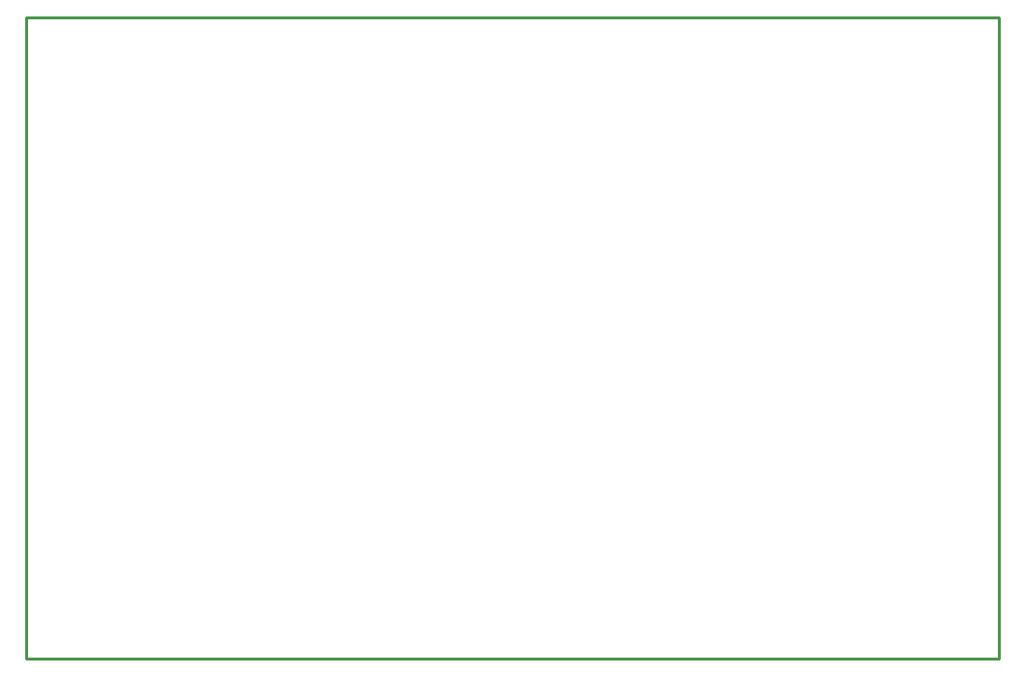
<source format=gko>
G04 Layer: BoardOutline*
G04 EasyEDA v6.4.19.4, 2021-05-18T12:34:38--6:00*
G04 00e3982b90714801b635961d6bcae6ed,ecfdb7ac97474c2db5e1325c5a2f7ac0,10*
G04 Gerber Generator version 0.2*
G04 Scale: 100 percent, Rotated: No, Reflected: No *
G04 Dimensions in millimeters *
G04 leading zeros omitted , absolute positions ,4 integer and 5 decimal *
%FSLAX45Y45*%
%MOMM*%

%ADD10C,0.2540*%
D10*
X10020300Y914400D02*
G01*
X18529300Y914400D01*
X18529300Y-4699000D01*
X10020300Y-4699000D01*
X10020300Y914400D01*

%LPD*%
M02*

</source>
